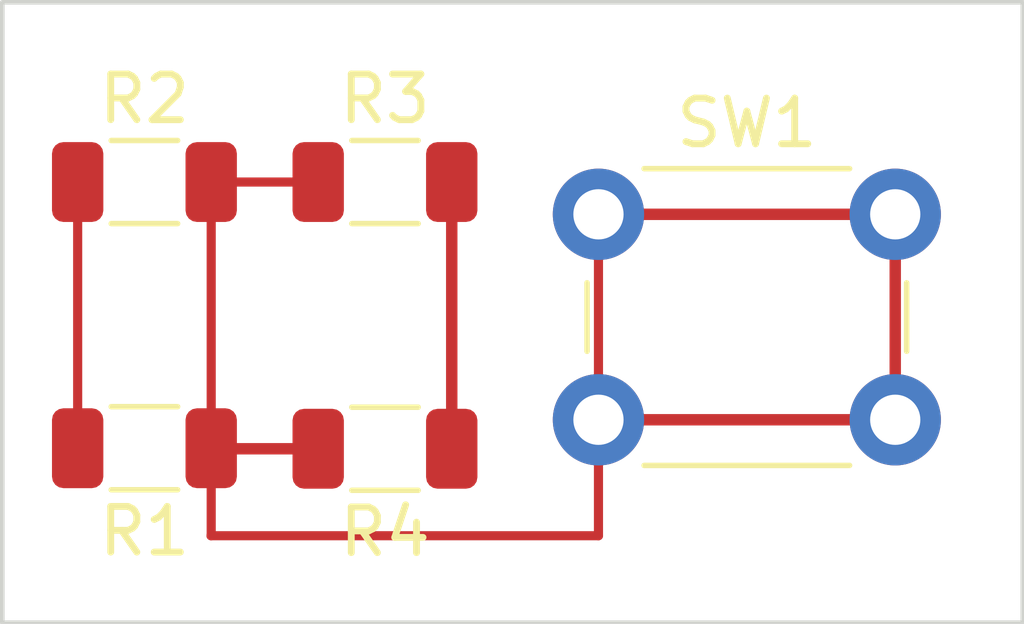
<source format=kicad_pcb>
(kicad_pcb (version 20221018) (generator pcbnew)
  (layers (0 "F.Cu" signal) (31 "B.Cu" signal) (34 "B.Paste" user) (35 "F.Paste" user) (36 "B.SilkS" user "B.Silkscreen") (37 "F.SilkS" user "F.Silkscreen") (38 "B.Mask" user) (39 "F.Mask" user) (44 "Edge.Cuts" user))
  (net 0 "")
  (net 1 "GND")
  (net 2 "Net-(R1-Pad2)")
  (net 3 "Net-(R3-Pad2)")
  (footprint "Button_Switch_THT:SW_PUSH_6mm_H8mm" (layer "F.Cu") (at 116.309 69.16)
    (fp_text reference "SW1" (at 3.25 -2) (layer "F.SilkS"))
    (fp_text value "SW_Push")
    (fp_line (start -0.25 1.5) (end -0.25 3) (stroke (width 0.12)) (layer "F.SilkS"))
    (fp_line (start 1 5.5) (end 5.5 5.5) (stroke (width 0.12)) (layer "F.SilkS"))
    (fp_line (start 5.5 -1) (end 1 -1) (stroke (width 0.12)) (layer "F.SilkS"))
    (fp_line (start 6.75 3) (end 6.75 1.5) (stroke (width 0.12)) (layer "F.SilkS"))
    (pad "1" thru_hole circle (at 0 0 90) (size 2 2) (drill 1.1) (layers "*.Cu" "*.Mask") (net 1 "GND"))
    (pad "1" thru_hole circle (at 6.5 0 90) (size 2 2) (drill 1.1) (layers "*.Cu" "*.Mask") (net 1 "GND"))
    (pad "2" thru_hole circle (at 0 4.5 90) (size 2 2) (drill 1.1) (layers "*.Cu" "*.Mask") (net 1 "GND"))
    (pad "2" thru_hole circle (at 6.5 4.5 90) (size 2 2) (drill 1.1) (layers "*.Cu" "*.Mask") (net 1 "GND"))
  )
  (footprint "Resistor_SMD:R_1206_3216Metric" (layer "F.Cu") (at 111.633 68.453)
    (fp_text reference "R3" (at 0 -1.82) (layer "F.SilkS"))
    (fp_text value "R")
    (fp_line (start -0.727064 -0.91) (end 0.727064 -0.91) (stroke (width 0.12)) (layer "F.SilkS"))
    (fp_line (start -0.727064 0.91) (end 0.727064 0.91) (stroke (width 0.12)) (layer "F.SilkS"))
    (pad "1" smd roundrect (at -1.4625 0) (size 1.125 1.75) (layers "F.Cu" "F.Paste" "F.Mask") (roundrect_rratio 0.222222) (net 1 "GND"))
    (pad "2" smd roundrect (at 1.4625 0) (size 1.125 1.75) (layers "F.Cu" "F.Paste" "F.Mask") (roundrect_rratio 0.222222) (net 3 "Net-(R3-Pad2)"))
  )
  (footprint "Resistor_SMD:R_1206_3216Metric" (layer "F.Cu") (at 106.3645 68.453)
    (fp_text reference "R2" (at 0 -1.82) (layer "F.SilkS"))
    (fp_text value "R")
    (fp_line (start -0.727064 -0.91) (end 0.727064 -0.91) (stroke (width 0.12)) (layer "F.SilkS"))
    (fp_line (start -0.727064 0.91) (end 0.727064 0.91) (stroke (width 0.12)) (layer "F.SilkS"))
    (pad "1" smd roundrect (at -1.4625 0) (size 1.125 1.75) (layers "F.Cu" "F.Paste" "F.Mask") (roundrect_rratio 0.222222) (net 2 "Net-(R1-Pad2)"))
    (pad "2" smd roundrect (at 1.4625 0) (size 1.125 1.75) (layers "F.Cu" "F.Paste" "F.Mask") (roundrect_rratio 0.222222) (net 1 "GND"))
  )
  (footprint "Resistor_SMD:R_1206_3216Metric" (layer "F.Cu") (at 106.3645 74.283 180)
    (fp_text reference "R1" (at 0 -1.82) (layer "F.SilkS"))
    (fp_text value "R")
    (fp_line (start -0.727064 -0.91) (end 0.727064 -0.91) (stroke (width 0.12)) (layer "F.SilkS"))
    (fp_line (start -0.727064 0.91) (end 0.727064 0.91) (stroke (width 0.12)) (layer "F.SilkS"))
    (pad "1" smd roundrect (at -1.4625 0 180) (size 1.125 1.75) (layers "F.Cu" "F.Paste" "F.Mask") (roundrect_rratio 0.222222) (net 1 "GND"))
    (pad "2" smd roundrect (at 1.4625 0 180) (size 1.125 1.75) (layers "F.Cu" "F.Paste" "F.Mask") (roundrect_rratio 0.222222) (net 2 "Net-(R1-Pad2)"))
  )
  (footprint "Resistor_SMD:R_1206_3216Metric" (layer "F.Cu") (at 111.633 74.295 180)
    (fp_text reference "R4" (at 0 -1.82) (layer "F.SilkS"))
    (fp_text value "R")
    (fp_line (start -0.727064 -0.91) (end 0.727064 -0.91) (stroke (width 0.12)) (layer "F.SilkS"))
    (fp_line (start -0.727064 0.91) (end 0.727064 0.91) (stroke (width 0.12)) (layer "F.SilkS"))
    (pad "1" smd roundrect (at -1.4625 0 180) (size 1.125 1.75) (layers "F.Cu" "F.Paste" "F.Mask") (roundrect_rratio 0.222222) (net 3 "Net-(R3-Pad2)"))
    (pad "2" smd roundrect (at 1.4625 0 180) (size 1.125 1.75) (layers "F.Cu" "F.Paste" "F.Mask") (roundrect_rratio 0.222222) (net 1 "GND"))
  )
  (gr_rect (start 103.251 64.516) (end 125.603 78.105) (stroke (width 0.1)) (fill none) (layer "Edge.Cuts"))
  (segment (start 107.827 74.283) (end 107.827 76.196) (width 0.2) (layer "F.Cu") (net 1))
  (segment (start 116.309 69.16) (end 122.809 69.16) (width 0.25) (layer "F.Cu") (net 1))
  (segment (start 107.823 76.2) (end 116.309 76.2) (width 0.2) (layer "F.Cu") (net 1))
  (segment (start 122.809 69.16) (end 122.809 73.66) (width 0.25) (layer "F.Cu") (net 1))
  (segment (start 107.827 74.283) (end 107.827 68.453) (width 0.2) (layer "F.Cu") (net 1))
  (segment (start 107.839 74.295) (end 107.827 74.283) (width 0.25) (layer "F.Cu") (net 1))
  (segment (start 116.309 76.2) (end 116.309 69.16) (width 0.2) (layer "F.Cu") (net 1))
  (segment (start 107.827 76.196) (end 107.823 76.2) (width 0.2) (layer "F.Cu") (net 1))
  (segment (start 107.827 68.453) (end 110.1705 68.453) (width 0.2) (layer "F.Cu") (net 1))
  (segment (start 110.1705 74.295) (end 107.839 74.295) (width 0.25) (layer "F.Cu") (net 1))
  (segment (start 122.809 73.66) (end 116.309 73.66) (width 0.25) (layer "F.Cu") (net 1))
  (segment (start 104.902 68.453) (end 104.902 74.283) (width 0.2) (layer "F.Cu") (net 2))
  (segment (start 113.0955 68.453) (end 113.0955 74.295) (width 0.25) (layer "F.Cu") (net 3))
)
</source>
